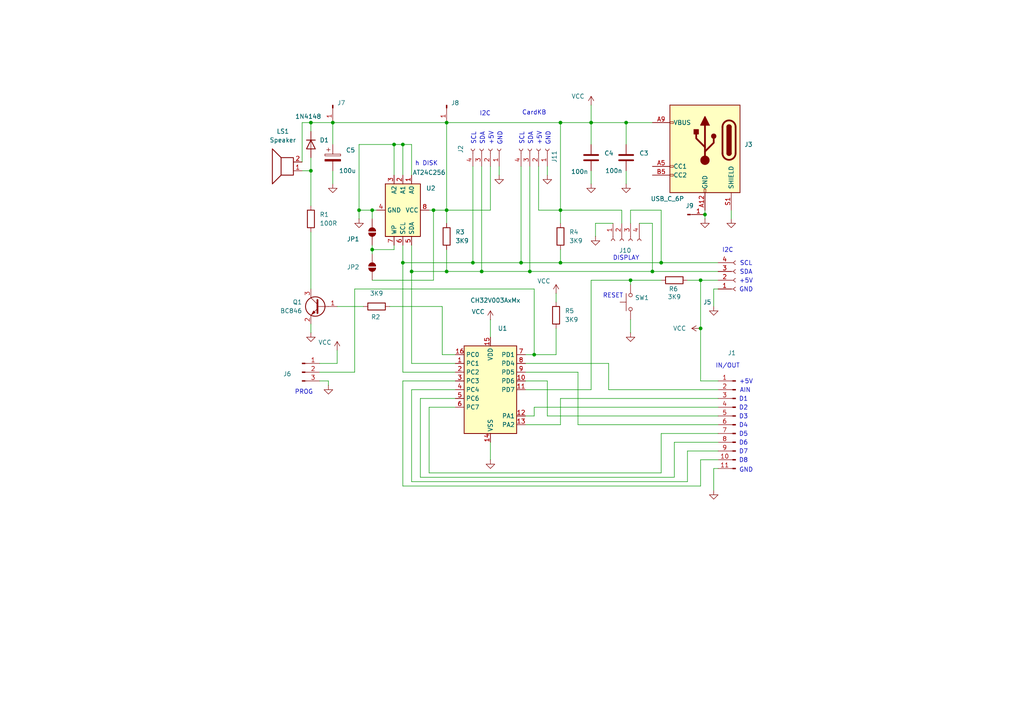
<source format=kicad_sch>
(kicad_sch (version 20250114) (generator "eeschema") (generator_version "9.0")
  (paper "A4")
  (lib_symbols
    (symbol "Connector:Conn_01x01_Pin" (pin_names (offset 1.016) (hide yes))
      (property "Reference" "J" (at 0 2.54 0))
      (property "Value" "Conn_01x01_Pin" (at 0 -2.54 0))
      (symbol "Conn_01x01_Pin_1_1"
        (rectangle (start 0.8636 0.127) (end 0 -0.127) (stroke (width 0.1524)) (fill (type outline)))
        (polyline (pts (xy 1.27 0) (xy 0.8636 0)) (stroke (width 0.1524)))
        (pin passive line (at 5.08 0 180) (length 3.81) (name "Pin_1") (number "1"))
      )
    )
    (symbol "Connector:Conn_01x03_Pin" (pin_names (offset 1.016) (hide yes))
      (property "Reference" "J" (at 0 5.08 0))
      (property "Value" "Conn_01x03_Pin" (at 0 -5.08 0))
      (symbol "Conn_01x03_Pin_1_1"
        (rectangle (start 0.8636 2.667) (end 0 2.413) (stroke (width 0.1524)) (fill (type outline)))
        (rectangle (start 0.8636 0.127) (end 0 -0.127) (stroke (width 0.1524)) (fill (type outline)))
        (rectangle (start 0.8636 -2.413) (end 0 -2.667) (stroke (width 0.1524)) (fill (type outline)))
        (polyline (pts (xy 1.27 2.54) (xy 0.8636 2.54)) (stroke (width 0.1524)))
        (polyline (pts (xy 1.27 0) (xy 0.8636 0)) (stroke (width 0.1524)))
        (polyline (pts (xy 1.27 -2.54) (xy 0.8636 -2.54)) (stroke (width 0.1524)))
        (pin passive line (at 5.08 2.54 180) (length 3.81) (name "Pin_1") (number "1"))
        (pin passive line (at 5.08 0 180) (length 3.81) (name "Pin_2") (number "2"))
        (pin passive line (at 5.08 -2.54 180) (length 3.81) (name "Pin_3") (number "3"))
      )
    )
    (symbol "Connector:Conn_01x04_Socket" (pin_names (offset 1.016) (hide yes))
      (property "Reference" "J" (at 0 5.08 0))
      (property "Value" "Conn_01x04_Socket" (at 0 -7.62 0))
      (symbol "Conn_01x04_Socket_1_1"
        (polyline (pts (xy -1.27 2.54) (xy -0.508 2.54)) (stroke (width 0.1524)))
        (polyline (pts (xy -1.27 0) (xy -0.508 0)) (stroke (width 0.1524)))
        (polyline (pts (xy -1.27 -2.54) (xy -0.508 -2.54)) (stroke (width 0.1524)))
        (polyline (pts (xy -1.27 -5.08) (xy -0.508 -5.08)) (stroke (width 0.1524)))
        (arc (start 0 2.032) (mid -0.5058 2.54) (end 0 3.048) (stroke (width 0.1524)))
        (arc (start 0 -0.508) (mid -0.5058 0) (end 0 0.508) (stroke (width 0.1524)))
        (arc (start 0 -3.048) (mid -0.5058 -2.54) (end 0 -2.032) (stroke (width 0.1524)))
        (arc (start 0 -5.588) (mid -0.5058 -5.08) (end 0 -4.572) (stroke (width 0.1524)))
        (pin passive line (at -5.08 2.54 0) (length 3.81) (name "Pin_1") (number "1"))
        (pin passive line (at -5.08 0 0) (length 3.81) (name "Pin_2") (number "2"))
        (pin passive line (at -5.08 -2.54 0) (length 3.81) (name "Pin_3") (number "3"))
        (pin passive line (at -5.08 -5.08 0) (length 3.81) (name "Pin_4") (number "4"))
      )
    )
    (symbol "Connector:Conn_01x11_Pin" (pin_names (offset 1.016) (hide yes))
      (property "Reference" "J" (at 0 15.24 0))
      (property "Value" "Conn_01x11_Pin" (at 0 -15.24 0))
      (symbol "Conn_01x11_Pin_1_1"
        (rectangle (start 0.8636 12.827) (end 0 12.573) (stroke (width 0.1524)) (fill (type outline)))
        (rectangle (start 0.8636 10.287) (end 0 10.033) (stroke (width 0.1524)) (fill (type outline)))
        (rectangle (start 0.8636 7.747) (end 0 7.493) (stroke (width 0.1524)) (fill (type outline)))
        (rectangle (start 0.8636 5.207) (end 0 4.953) (stroke (width 0.1524)) (fill (type outline)))
        (rectangle (start 0.8636 2.667) (end 0 2.413) (stroke (width 0.1524)) (fill (type outline)))
        (rectangle (start 0.8636 0.127) (end 0 -0.127) (stroke (width 0.1524)) (fill (type outline)))
        (rectangle (start 0.8636 -2.413) (end 0 -2.667) (stroke (width 0.1524)) (fill (type outline)))
        (rectangle (start 0.8636 -4.953) (end 0 -5.207) (stroke (width 0.1524)) (fill (type outline)))
        (rectangle (start 0.8636 -7.493) (end 0 -7.747) (stroke (width 0.1524)) (fill (type outline)))
        (rectangle (start 0.8636 -10.033) (end 0 -10.287) (stroke (width 0.1524)) (fill (type outline)))
        (rectangle (start 0.8636 -12.573) (end 0 -12.827) (stroke (width 0.1524)) (fill (type outline)))
        (polyline (pts (xy 1.27 12.7) (xy 0.8636 12.7)) (stroke (width 0.1524)))
        (polyline (pts (xy 1.27 10.16) (xy 0.8636 10.16)) (stroke (width 0.1524)))
        (polyline (pts (xy 1.27 7.62) (xy 0.8636 7.62)) (stroke (width 0.1524)))
        (polyline (pts (xy 1.27 5.08) (xy 0.8636 5.08)) (stroke (width 0.1524)))
        (polyline (pts (xy 1.27 2.54) (xy 0.8636 2.54)) (stroke (width 0.1524)))
        (polyline (pts (xy 1.27 0) (xy 0.8636 0)) (stroke (width 0.1524)))
        (polyline (pts (xy 1.27 -2.54) (xy 0.8636 -2.54)) (stroke (width 0.1524)))
        (polyline (pts (xy 1.27 -5.08) (xy 0.8636 -5.08)) (stroke (width 0.1524)))
        (polyline (pts (xy 1.27 -7.62) (xy 0.8636 -7.62)) (stroke (width 0.1524)))
        (polyline (pts (xy 1.27 -10.16) (xy 0.8636 -10.16)) (stroke (width 0.1524)))
        (polyline (pts (xy 1.27 -12.7) (xy 0.8636 -12.7)) (stroke (width 0.1524)))
        (pin passive line (at 5.08 12.7 180) (length 3.81) (name "Pin_1") (number "1"))
        (pin passive line (at 5.08 10.16 180) (length 3.81) (name "Pin_2") (number "2"))
        (pin passive line (at 5.08 7.62 180) (length 3.81) (name "Pin_3") (number "3"))
        (pin passive line (at 5.08 5.08 180) (length 3.81) (name "Pin_4") (number "4"))
        (pin passive line (at 5.08 2.54 180) (length 3.81) (name "Pin_5") (number "5"))
        (pin passive line (at 5.08 0 180) (length 3.81) (name "Pin_6") (number "6"))
        (pin passive line (at 5.08 -2.54 180) (length 3.81) (name "Pin_7") (number "7"))
        (pin passive line (at 5.08 -5.08 180) (length 3.81) (name "Pin_8") (number "8"))
        (pin passive line (at 5.08 -7.62 180) (length 3.81) (name "Pin_9") (number "9"))
        (pin passive line (at 5.08 -10.16 180) (length 3.81) (name "Pin_10") (number "10"))
        (pin passive line (at 5.08 -12.7 180) (length 3.81) (name "Pin_11") (number "11"))
      )
    )
    (symbol "Connector:USB_C_Receptacle_PowerOnly_6P" (pin_names (offset 1.016))
      (property "Reference" "J" (at 0 16.51 0))
      (property "Value" "USB_C_Receptacle_PowerOnly_6P" (at 0 13.97 0))
      (symbol "USB_C_Receptacle_PowerOnly_6P_0_0"
        (rectangle (start -0.254 -12.7) (end 0.254 -11.684))
        (rectangle (start 10.16 7.874) (end 9.144 7.366))
        (rectangle (start 10.16 -4.826) (end 9.144 -5.334))
        (rectangle (start 10.16 -7.366) (end 9.144 -7.874))
      )
      (symbol "USB_C_Receptacle_PowerOnly_6P_0_1"
        (rectangle (start -10.16 12.7) (end 10.16 -12.7) (stroke (width 0.254)) (fill (type background)))
        (polyline (pts (xy -8.89 -1.27) (xy -8.89 6.35)) (stroke (width 0.508)))
        (rectangle (start -7.62 -1.27) (end -6.35 6.35) (stroke (width 0.254)) (fill (type outline)))
        (arc (start -7.62 6.35) (mid -6.985 6.9823) (end -6.35 6.35) (stroke (width 0.254)))
        (arc (start -7.62 6.35) (mid -6.985 6.9823) (end -6.35 6.35) (stroke (width 0.254)) (fill (type outline)))
        (arc (start -8.89 6.35) (mid -6.985 8.2467) (end -5.08 6.35) (stroke (width 0.508)))
        (arc (start -5.08 -1.27) (mid -6.985 -3.1667) (end -8.89 -1.27) (stroke (width 0.508)))
        (arc (start -6.35 -1.27) (mid -6.985 -1.9023) (end -7.62 -1.27) (stroke (width 0.254)))
        (arc (start -6.35 -1.27) (mid -6.985 -1.9023) (end -7.62 -1.27) (stroke (width 0.254)) (fill (type outline)))
        (polyline (pts (xy -5.08 6.35) (xy -5.08 -1.27)) (stroke (width 0.508)))
        (circle (center -2.54 3.683) (radius 0.635) (stroke (width 0.254)) (fill (type outline)))
        (polyline (pts (xy -1.27 6.858) (xy 0 9.398) (xy 1.27 6.858) (xy -1.27 6.858)) (stroke (width 0.254)) (fill (type outline)))
        (polyline (pts (xy 0 0.508) (xy 2.54 3.048) (xy 2.54 4.318)) (stroke (width 0.508)))
        (polyline (pts (xy 0 -0.762) (xy -2.54 1.778) (xy -2.54 3.048)) (stroke (width 0.508)))
        (polyline (pts (xy 0 -3.302) (xy 0 6.858)) (stroke (width 0.508)))
        (circle (center 0 -3.302) (radius 1.27) (fill (type outline)))
        (rectangle (start 1.905 4.318) (end 3.175 5.588) (stroke (width 0.254)) (fill (type outline)))
      )
      (symbol "USB_C_Receptacle_PowerOnly_6P_1_1"
        (pin passive line (at -7.62 -17.78 90) (length 5.08) (name "SHIELD") (number "S1"))
        (pin passive line (at 0 -17.78 90) (length 5.08) (name "GND") (number "A12"))
        (pin passive line (at 0 -17.78 90) (length 5.08) (hide yes) (name "GND") (number "B12"))
        (pin passive line (at 15.24 7.62 180) (length 5.08) (name "VBUS") (number "A9"))
        (pin passive line (at 15.24 7.62 180) (length 5.08) (hide yes) (name "VBUS") (number "B9"))
        (pin bidirectional line (at 15.24 -5.08 180) (length 5.08) (name "CC1") (number "A5"))
        (pin bidirectional line (at 15.24 -7.62 180) (length 5.08) (name "CC2") (number "B5"))
      )
    )
    (symbol "Device:C" (pin_numbers (hide yes)) (pin_names (offset 0.254))
      (property "Reference" "C" (at 0.635 2.54 0))
      (property "Value" "C" (at 0.635 -2.54 0))
      (symbol "C_0_1"
        (polyline (pts (xy -2.032 0.762) (xy 2.032 0.762)) (stroke (width 0.508)))
        (polyline (pts (xy -2.032 -0.762) (xy 2.032 -0.762)) (stroke (width 0.508)))
      )
      (symbol "C_1_1"
        (pin passive line (at 0 3.81 270) (length 2.794) (name "~") (number "1"))
        (pin passive line (at 0 -3.81 90) (length 2.794) (name "~") (number "2"))
      )
    )
    (symbol "Device:C_Polarized" (pin_numbers (hide yes)) (pin_names (offset 0.254))
      (property "Reference" "C" (at 0.635 2.54 0))
      (property "Value" "C_Polarized" (at 0.635 -2.54 0))
      (symbol "C_Polarized_0_1"
        (rectangle (start -2.286 0.508) (end 2.286 1.016))
        (polyline (pts (xy -1.778 2.286) (xy -0.762 2.286)))
        (polyline (pts (xy -1.27 2.794) (xy -1.27 1.778)))
        (rectangle (start 2.286 -0.508) (end -2.286 -1.016) (fill (type outline)))
      )
      (symbol "C_Polarized_1_1"
        (pin passive line (at 0 3.81 270) (length 2.794) (name "~") (number "1"))
        (pin passive line (at 0 -3.81 90) (length 2.794) (name "~") (number "2"))
      )
    )
    (symbol "Device:R" (pin_numbers (hide yes)) (pin_names (offset 0))
      (property "Reference" "R" (at 2.032 0 90))
      (property "Value" "R" (at 0 0 90))
      (symbol "R_0_1"
        (rectangle (start -1.016 -2.54) (end 1.016 2.54) (stroke (width 0.254)))
      )
      (symbol "R_1_1"
        (pin passive line (at 0 3.81 270) (length 1.27) (name "~") (number "1"))
        (pin passive line (at 0 -3.81 90) (length 1.27) (name "~") (number "2"))
      )
    )
    (symbol "Device:Speaker" (pin_names (offset 0) (hide yes))
      (property "Reference" "LS" (at 1.27 5.715 0))
      (property "Value" "Speaker" (at 1.27 3.81 0))
      (symbol "Speaker_0_0"
        (rectangle (start -2.54 1.27) (end 1.016 -3.81) (stroke (width 0.254)))
        (polyline (pts (xy 1.016 1.27) (xy 3.556 3.81) (xy 3.556 -6.35) (xy 1.016 -3.81)) (stroke (width 0.254)))
      )
      (symbol "Speaker_1_1"
        (pin input line (at -5.08 0 0) (length 2.54) (name "1") (number "1"))
        (pin input line (at -5.08 -2.54 0) (length 2.54) (name "2") (number "2"))
      )
    )
    (symbol "Diode:1N4148" (pin_numbers (hide yes)) (pin_names (hide yes))
      (property "Reference" "D" (at 0 2.54 0))
      (property "Value" "1N4148" (at 0 -2.54 0))
      (symbol "1N4148_0_1"
        (polyline (pts (xy -1.27 1.27) (xy -1.27 -1.27)) (stroke (width 0.254)))
        (polyline (pts (xy 1.27 1.27) (xy 1.27 -1.27) (xy -1.27 0) (xy 1.27 1.27)) (stroke (width 0.254)))
        (polyline (pts (xy 1.27 0) (xy -1.27 0)))
      )
      (symbol "1N4148_1_1"
        (pin passive line (at -3.81 0 0) (length 2.54) (name "K") (number "1"))
        (pin passive line (at 3.81 0 180) (length 2.54) (name "A") (number "2"))
      )
    )
    (symbol "Jumper:SolderJumper_2_Open" (pin_numbers (hide yes)) (pin_names (offset 0) (hide yes)) (exclude_from_sim yes) (in_bom no)
      (property "Reference" "JP" (at 0 2.032 0))
      (property "Value" "SolderJumper_2_Open" (at 0 -2.54 0))
      (symbol "SolderJumper_2_Open_0_1"
        (polyline (pts (xy -0.254 1.016) (xy -0.254 -1.016)))
        (arc (start -0.254 -1.016) (mid -1.2656 0) (end -0.254 1.016))
        (arc (start -0.254 -1.016) (mid -1.2656 0) (end -0.254 1.016) (fill (type outline)))
        (arc (start 0.254 1.016) (mid 1.2656 0) (end 0.254 -1.016))
        (arc (start 0.254 1.016) (mid 1.2656 0) (end 0.254 -1.016) (fill (type outline)))
        (polyline (pts (xy 0.254 1.016) (xy 0.254 -1.016)))
      )
      (symbol "SolderJumper_2_Open_1_1"
        (pin passive line (at -3.81 0 0) (length 2.54) (name "A") (number "1"))
        (pin passive line (at 3.81 0 180) (length 2.54) (name "B") (number "2"))
      )
    )
    (symbol "MCU_WCH_CH32V0:CH32V003AxMx"
      (property "Reference" "U" (at -7.62 15.24 0))
      (property "Value" "CH32V003AxMx" (at 7.62 15.24 0))
      (symbol "CH32V003AxMx_1_1"
        (rectangle (start -7.62 12.7) (end 7.62 -12.7) (stroke (width 0.254)) (fill (type background)))
        (pin bidirectional line (at -10.16 10.16 0) (length 2.54) (name "PC0") (number "16"))
        (pin bidirectional line (at -10.16 7.62 0) (length 2.54) (name "PC1") (number "1"))
        (pin bidirectional line (at -10.16 5.08 0) (length 2.54) (name "PC2") (number "2"))
        (pin bidirectional line (at -10.16 2.54 0) (length 2.54) (name "PC3") (number "3"))
        (pin bidirectional line (at -10.16 0 0) (length 2.54) (name "PC4") (number "4"))
        (pin bidirectional line (at -10.16 -2.54 0) (length 2.54) (name "PC6") (number "5"))
        (pin bidirectional line (at -10.16 -5.08 0) (length 2.54) (name "PC7") (number "6"))
        (pin power_in line (at 0 15.24 270) (length 2.54) (name "VDD") (number "15"))
        (pin power_in line (at 0 -15.24 90) (length 2.54) (name "VSS") (number "14"))
        (pin bidirectional line (at 10.16 10.16 180) (length 2.54) (name "PD1") (number "7"))
        (pin bidirectional line (at 10.16 7.62 180) (length 2.54) (name "PD4") (number "8"))
        (pin bidirectional line (at 10.16 5.08 180) (length 2.54) (name "PD5") (number "9"))
        (pin bidirectional line (at 10.16 2.54 180) (length 2.54) (name "PD6") (number "10"))
        (pin bidirectional line (at 10.16 0 180) (length 2.54) (name "PD7") (number "11"))
        (pin bidirectional line (at 10.16 -7.62 180) (length 2.54) (name "PA1") (number "12"))
        (pin bidirectional line (at 10.16 -10.16 180) (length 2.54) (name "PA2") (number "13"))
      )
    )
    (symbol "Memory_EEPROM:CAT24C256"
      (property "Reference" "U" (at -6.35 6.35 0))
      (property "Value" "CAT24C256" (at 1.27 6.35 0))
      (symbol "CAT24C256_1_1"
        (rectangle (start -7.62 5.08) (end 7.62 -5.08) (stroke (width 0.254)) (fill (type background)))
        (pin input line (at -10.16 2.54 0) (length 2.54) (name "A0") (number "1"))
        (pin input line (at -10.16 0 0) (length 2.54) (name "A1") (number "2"))
        (pin input line (at -10.16 -2.54 0) (length 2.54) (name "A2") (number "3"))
        (pin power_in line (at 0 7.62 270) (length 2.54) (name "VCC") (number "8"))
        (pin power_in line (at 0 -7.62 90) (length 2.54) (name "GND") (number "4"))
        (pin bidirectional line (at 10.16 2.54 180) (length 2.54) (name "SDA") (number "5"))
        (pin input line (at 10.16 0 180) (length 2.54) (name "SCL") (number "6"))
        (pin input line (at 10.16 -2.54 180) (length 2.54) (name "WP") (number "7"))
      )
    )
    (symbol "Switch:SW_Push" (pin_numbers (hide yes)) (pin_names (offset 1.016) (hide yes))
      (property "Reference" "SW" (at 1.27 2.54 0))
      (property "Value" "SW_Push" (at 0 -1.524 0))
      (symbol "SW_Push_0_1"
        (circle (center -2.032 0) (radius 0.508))
        (polyline (pts (xy 0 1.27) (xy 0 3.048)))
        (circle (center 2.032 0) (radius 0.508))
        (polyline (pts (xy 2.54 1.27) (xy -2.54 1.27)))
        (pin passive line (at -5.08 0 0) (length 2.54) (name "1") (number "1"))
        (pin passive line (at 5.08 0 180) (length 2.54) (name "2") (number "2"))
      )
    )
    (symbol "Transistor_BJT:BC846" (pin_names (offset 0) (hide yes))
      (property "Reference" "Q" (at 5.08 1.905 0))
      (property "Value" "BC846" (at 5.08 0 0))
      (symbol "BC846_0_1"
        (polyline (pts (xy -2.54 0) (xy 0.635 0)))
        (polyline (pts (xy 0.635 1.905) (xy 0.635 -1.905)) (stroke (width 0.508)))
        (circle (center 1.27 0) (radius 2.8194) (stroke (width 0.254)))
      )
      (symbol "BC846_1_1"
        (polyline (pts (xy 0.635 0.635) (xy 2.54 2.54)))
        (polyline (pts (xy 0.635 -0.635) (xy 2.54 -2.54)))
        (polyline (pts (xy 1.27 -1.778) (xy 1.778 -1.27) (xy 2.286 -2.286) (xy 1.27 -1.778)) (fill (type outline)))
        (pin input line (at -5.08 0 0) (length 2.54) (name "B") (number "1"))
        (pin passive line (at 2.54 5.08 270) (length 2.54) (name "C") (number "3"))
        (pin passive line (at 2.54 -5.08 90) (length 2.54) (name "E") (number "2"))
      )
    )
    (symbol "power:GND" (power) (pin_numbers (hide yes)) (pin_names (offset 0) (hide yes))
      (property "Value" "GND" (at 0 -3.81 0))
      (symbol "GND_0_1"
        (polyline (pts (xy 0 0) (xy 0 -1.27) (xy 1.27 -1.27) (xy 0 -2.54) (xy -1.27 -1.27) (xy 0 -1.27)))
      )
      (symbol "GND_1_1"
        (pin power_in line (at 0 0 270) (length 0) (name "~") (number "1"))
      )
    )
    (symbol "power:VCC" (power) (pin_numbers (hide yes)) (pin_names (offset 0) (hide yes))
      (property "Value" "VCC" (at 0 3.556 0))
      (symbol "VCC_0_1"
        (polyline (pts (xy -0.762 1.27) (xy 0 2.54)))
        (polyline (pts (xy 0 2.54) (xy 0.762 1.27)))
        (polyline (pts (xy 0 0) (xy 0 2.54)))
      )
      (symbol "VCC_1_1"
        (pin power_in line (at 0 0 90) (length 0) (name "~") (number "1"))
      )
    )
  )
  (text "GND" (at 159.004 40.132 90) (effects (font (size 1.27 1.27))))
  (text "+5V" (at 216.408 81.534 0) (effects (font (size 1.27 1.27))))
  (text "AIN" (at 216.154 113.284 0) (effects (font (size 1.27 1.27))))
  (text "D3\n" (at 215.646 120.904 0) (effects (font (size 1.27 1.27))))
  (text "D7" (at 215.646 131.064 0) (effects (font (size 1.27 1.27))))
  (text "D5" (at 215.646 125.984 0) (effects (font (size 1.27 1.27))))
  (text "SDA" (at 139.954 40.132 90) (effects (font (size 1.27 1.27))))
  (text "DISPLAY" (at 181.61 74.93 0) (effects (font (size 1.27 1.27))))
  (text "IN/OUT" (at 211.074 106.172 0) (effects (font (size 1.27 1.27))))
  (text "I2C" (at 140.716 33.02 0) (effects (font (size 1.27 1.27))))
  (text "D1" (at 215.646 115.824 0) (effects (font (size 1.27 1.27))))
  (text "SCL" (at 151.384 40.132 90) (effects (font (size 1.27 1.27))))
  (text "D8" (at 215.646 133.604 0) (effects (font (size 1.27 1.27))))
  (text "D6" (at 215.646 128.524 0) (effects (font (size 1.27 1.27))))
  (text "SCL" (at 216.408 76.454 0) (effects (font (size 1.27 1.27))))
  (text "+5V" (at 142.494 40.132 90) (effects (font (size 1.27 1.27))))
  (text "RESET" (at 177.8 85.852 0) (effects (font (size 1.27 1.27))))
  (text "h DISK" (at 123.698 47.498 0) (effects (font (size 1.27 1.27))))
  (text "D4" (at 215.646 123.444 0) (effects (font (size 1.27 1.27))))
  (text "CardKB" (at 154.94 32.766 0) (effects (font (size 1.27 1.27))))
  (text "+5V" (at 216.408 110.744 0) (effects (font (size 1.27 1.27))))
  (text "I2C" (at 211.074 72.644 0) (effects (font (size 1.27 1.27))))
  (text "GND" (at 216.408 84.074 0) (effects (font (size 1.27 1.27))))
  (text "GND" (at 145.034 40.132 90) (effects (font (size 1.27 1.27))))
  (text "SCL" (at 137.414 40.132 90) (effects (font (size 1.27 1.27))))
  (text "GND" (at 216.408 136.398 0) (effects (font (size 1.27 1.27))))
  (text "SDA" (at 216.408 78.994 0) (effects (font (size 1.27 1.27))))
  (text "+5V" (at 156.464 40.132 90) (effects (font (size 1.27 1.27))))
  (text "SDA" (at 153.924 40.132 90) (effects (font (size 1.27 1.27))))
  (text "D2" (at 215.646 118.364 0) (effects (font (size 1.27 1.27))))
  (text "PROG" (at 88.138 113.792 0) (effects (font (size 1.27 1.27))))
  (junction (at 203.2 95.25))
  (junction (at 119.38 78.74))
  (junction (at 189.23 78.74))
  (junction (at 154.94 102.87))
  (junction (at 162.56 60.96))
  (junction (at 204.47 62.23))
  (junction (at 96.52 35.56))
  (junction (at 137.16 76.2))
  (junction (at 104.14 60.96))
  (junction (at 151.13 76.2))
  (junction (at 171.45 35.56))
  (junction (at 125.73 60.96))
  (junction (at 107.95 72.39))
  (junction (at 203.2 81.28))
  (junction (at 114.3 41.91))
  (junction (at 116.84 41.91))
  (junction (at 162.56 76.2))
  (junction (at 129.54 60.96))
  (junction (at 191.77 76.2))
  (junction (at 182.88 81.28))
  (junction (at 90.17 49.53))
  (junction (at 129.54 35.56))
  (junction (at 90.17 35.56))
  (junction (at 162.56 35.56))
  (junction (at 129.54 78.74))
  (junction (at 116.84 76.2))
  (junction (at 107.95 60.96))
  (junction (at 153.67 78.74))
  (junction (at 139.7 78.74))
  (junction (at 181.61 35.56))
  (wire (pts (xy 182.88 64.77) (xy 182.88 60.96)))
  (wire (pts (xy 203.2 81.28) (xy 203.2 95.25)))
  (wire (pts (xy 116.84 41.91) (xy 114.3 41.91)))
  (wire (pts (xy 182.88 82.55) (xy 182.88 81.28)))
  (wire (pts (xy 119.38 41.91) (xy 119.38 50.8)))
  (wire (pts (xy 191.77 60.96) (xy 191.77 76.2)))
  (wire (pts (xy 204.47 60.96) (xy 204.47 62.23)))
  (wire (pts (xy 161.29 85.09) (xy 161.29 87.63)))
  (wire (pts (xy 182.88 92.71) (xy 182.88 96.52)))
  (wire (pts (xy 158.75 110.49) (xy 158.75 120.65)))
  (wire (pts (xy 152.4 110.49) (xy 158.75 110.49)))
  (wire (pts (xy 119.38 113.03) (xy 119.38 139.7)))
  (wire (pts (xy 176.53 105.41) (xy 176.53 113.03)))
  (wire (pts (xy 116.84 140.97) (xy 203.2 140.97)))
  (wire (pts (xy 162.56 115.57) (xy 208.28 115.57)))
  (wire (pts (xy 195.58 128.27) (xy 208.28 128.27)))
  (wire (pts (xy 181.61 35.56) (xy 189.23 35.56)))
  (wire (pts (xy 129.54 35.56) (xy 129.54 60.96)))
  (wire (pts (xy 212.09 60.96) (xy 212.09 63.5)))
  (wire (pts (xy 95.25 110.49) (xy 95.25 111.76)))
  (wire (pts (xy 191.77 125.73) (xy 208.28 125.73)))
  (wire (pts (xy 129.54 35.56) (xy 162.56 35.56)))
  (wire (pts (xy 172.72 64.77) (xy 172.72 68.58)))
  (wire (pts (xy 137.16 48.26) (xy 137.16 76.2)))
  (wire (pts (xy 107.95 81.28) (xy 125.73 81.28)))
  (wire (pts (xy 152.4 105.41) (xy 176.53 105.41)))
  (wire (pts (xy 107.95 72.39) (xy 114.3 72.39)))
  (wire (pts (xy 116.84 110.49) (xy 132.08 110.49)))
  (wire (pts (xy 152.4 120.65) (xy 154.94 120.65)))
  (wire (pts (xy 171.45 49.53) (xy 171.45 53.34)))
  (wire (pts (xy 203.2 133.35) (xy 208.28 133.35)))
  (wire (pts (xy 167.64 107.95) (xy 167.64 123.19)))
  (wire (pts (xy 177.8 64.77) (xy 172.72 64.77)))
  (wire (pts (xy 139.7 78.74) (xy 153.67 78.74)))
  (wire (pts (xy 171.45 30.48) (xy 171.45 35.56)))
  (wire (pts (xy 181.61 35.56) (xy 181.61 41.91)))
  (wire (pts (xy 90.17 67.31) (xy 90.17 83.82)))
  (wire (pts (xy 116.84 107.95) (xy 116.84 76.2)))
  (wire (pts (xy 121.92 115.57) (xy 132.08 115.57)))
  (wire (pts (xy 189.23 64.77) (xy 189.23 78.74)))
  (wire (pts (xy 129.54 78.74) (xy 139.7 78.74)))
  (wire (pts (xy 162.56 123.19) (xy 162.56 115.57)))
  (wire (pts (xy 195.58 138.43) (xy 195.58 128.27)))
  (wire (pts (xy 125.73 81.28) (xy 125.73 60.96)))
  (wire (pts (xy 96.52 49.53) (xy 96.52 53.34)))
  (wire (pts (xy 102.87 107.95) (xy 102.87 83.82)))
  (wire (pts (xy 142.24 128.27) (xy 142.24 133.35)))
  (wire (pts (xy 144.78 48.26) (xy 144.78 50.8)))
  (wire (pts (xy 185.42 64.77) (xy 189.23 64.77)))
  (wire (pts (xy 152.4 102.87) (xy 154.94 102.87)))
  (wire (pts (xy 107.95 72.39) (xy 107.95 73.66)))
  (wire (pts (xy 158.75 120.65) (xy 208.28 120.65)))
  (wire (pts (xy 162.56 35.56) (xy 171.45 35.56)))
  (wire (pts (xy 92.71 110.49) (xy 95.25 110.49)))
  (wire (pts (xy 129.54 60.96) (xy 129.54 64.77)))
  (wire (pts (xy 116.84 110.49) (xy 116.84 140.97)))
  (wire (pts (xy 154.94 120.65) (xy 154.94 118.11)))
  (wire (pts (xy 90.17 93.98) (xy 90.17 96.52)))
  (wire (pts (xy 154.94 83.82) (xy 154.94 102.87)))
  (wire (pts (xy 97.79 88.9) (xy 105.41 88.9)))
  (wire (pts (xy 116.84 41.91) (xy 116.84 50.8)))
  (wire (pts (xy 87.63 49.53) (xy 90.17 49.53)))
  (wire (pts (xy 142.24 92.71) (xy 142.24 97.79)))
  (wire (pts (xy 181.61 49.53) (xy 181.61 53.34)))
  (wire (pts (xy 199.39 130.81) (xy 208.28 130.81)))
  (wire (pts (xy 152.4 123.19) (xy 162.56 123.19)))
  (wire (pts (xy 171.45 35.56) (xy 171.45 41.91)))
  (wire (pts (xy 182.88 60.96) (xy 191.77 60.96)))
  (wire (pts (xy 156.21 48.26) (xy 156.21 60.96)))
  (wire (pts (xy 203.2 95.25) (xy 203.2 110.49)))
  (wire (pts (xy 116.84 107.95) (xy 132.08 107.95)))
  (wire (pts (xy 114.3 41.91) (xy 104.14 41.91)))
  (wire (pts (xy 162.56 60.96) (xy 180.34 60.96)))
  (wire (pts (xy 203.2 81.28) (xy 208.28 81.28)))
  (wire (pts (xy 142.24 48.26) (xy 142.24 60.96)))
  (wire (pts (xy 92.71 107.95) (xy 102.87 107.95)))
  (wire (pts (xy 90.17 49.53) (xy 90.17 59.69)))
  (wire (pts (xy 104.14 60.96) (xy 107.95 60.96)))
  (wire (pts (xy 124.46 137.16) (xy 191.77 137.16)))
  (wire (pts (xy 107.95 60.96) (xy 109.22 60.96)))
  (wire (pts (xy 191.77 76.2) (xy 208.28 76.2)))
  (wire (pts (xy 207.01 142.24) (xy 207.01 135.89)))
  (wire (pts (xy 207.01 83.82) (xy 207.01 88.9)))
  (wire (pts (xy 153.67 48.26) (xy 153.67 78.74)))
  (wire (pts (xy 171.45 35.56) (xy 181.61 35.56)))
  (wire (pts (xy 208.28 83.82) (xy 207.01 83.82)))
  (wire (pts (xy 129.54 60.96) (xy 142.24 60.96)))
  (wire (pts (xy 107.95 71.12) (xy 107.95 72.39)))
  (wire (pts (xy 119.38 78.74) (xy 129.54 78.74)))
  (wire (pts (xy 154.94 102.87) (xy 161.29 102.87)))
  (wire (pts (xy 107.95 60.96) (xy 107.95 63.5)))
  (wire (pts (xy 204.47 62.23) (xy 204.47 63.5)))
  (wire (pts (xy 121.92 115.57) (xy 121.92 138.43)))
  (wire (pts (xy 90.17 45.72) (xy 90.17 49.53)))
  (wire (pts (xy 151.13 48.26) (xy 151.13 76.2)))
  (wire (pts (xy 124.46 118.11) (xy 124.46 137.16)))
  (wire (pts (xy 153.67 78.74) (xy 189.23 78.74)))
  (wire (pts (xy 92.71 105.41) (xy 97.79 105.41)))
  (wire (pts (xy 90.17 35.56) (xy 96.52 35.56)))
  (wire (pts (xy 158.75 48.26) (xy 158.75 50.8)))
  (wire (pts (xy 154.94 118.11) (xy 208.28 118.11)))
  (wire (pts (xy 176.53 113.03) (xy 208.28 113.03)))
  (wire (pts (xy 162.56 76.2) (xy 162.56 72.39)))
  (wire (pts (xy 104.14 41.91) (xy 104.14 60.96)))
  (wire (pts (xy 162.56 60.96) (xy 162.56 64.77)))
  (wire (pts (xy 96.52 35.56) (xy 96.52 41.91)))
  (wire (pts (xy 199.39 81.28) (xy 203.2 81.28)))
  (wire (pts (xy 119.38 41.91) (xy 116.84 41.91)))
  (wire (pts (xy 125.73 60.96) (xy 129.54 60.96)))
  (wire (pts (xy 119.38 105.41) (xy 119.38 78.74)))
  (wire (pts (xy 171.45 81.28) (xy 182.88 81.28)))
  (wire (pts (xy 119.38 113.03) (xy 132.08 113.03)))
  (wire (pts (xy 96.52 35.56) (xy 129.54 35.56)))
  (wire (pts (xy 113.03 88.9) (xy 128.27 88.9)))
  (wire (pts (xy 171.45 113.03) (xy 171.45 81.28)))
  (wire (pts (xy 191.77 137.16) (xy 191.77 125.73)))
  (wire (pts (xy 151.13 76.2) (xy 162.56 76.2)))
  (wire (pts (xy 104.14 60.96) (xy 104.14 63.5)))
  (wire (pts (xy 180.34 60.96) (xy 180.34 64.77)))
  (wire (pts (xy 189.23 78.74) (xy 208.28 78.74)))
  (wire (pts (xy 167.64 123.19) (xy 208.28 123.19)))
  (wire (pts (xy 128.27 102.87) (xy 132.08 102.87)))
  (wire (pts (xy 87.63 35.56) (xy 90.17 35.56)))
  (wire (pts (xy 162.56 35.56) (xy 162.56 60.96)))
  (wire (pts (xy 208.28 110.49) (xy 203.2 110.49)))
  (wire (pts (xy 207.01 135.89) (xy 208.28 135.89)))
  (wire (pts (xy 124.46 118.11) (xy 132.08 118.11)))
  (wire (pts (xy 128.27 88.9) (xy 128.27 102.87)))
  (wire (pts (xy 116.84 71.12) (xy 116.84 76.2)))
  (wire (pts (xy 152.4 107.95) (xy 167.64 107.95)))
  (wire (pts (xy 139.7 48.26) (xy 139.7 78.74)))
  (wire (pts (xy 203.2 140.97) (xy 203.2 133.35)))
  (wire (pts (xy 102.87 83.82) (xy 154.94 83.82)))
  (wire (pts (xy 116.84 76.2) (xy 137.16 76.2)))
  (wire (pts (xy 182.88 81.28) (xy 191.77 81.28)))
  (wire (pts (xy 114.3 41.91) (xy 114.3 50.8)))
  (wire (pts (xy 137.16 76.2) (xy 151.13 76.2)))
  (wire (pts (xy 87.63 46.99) (xy 87.63 35.56)))
  (wire (pts (xy 132.08 105.41) (xy 119.38 105.41)))
  (wire (pts (xy 129.54 72.39) (xy 129.54 78.74)))
  (wire (pts (xy 90.17 35.56) (xy 90.17 38.1)))
  (wire (pts (xy 156.21 60.96) (xy 162.56 60.96)))
  (wire (pts (xy 152.4 113.03) (xy 171.45 113.03)))
  (wire (pts (xy 119.38 139.7) (xy 199.39 139.7)))
  (wire (pts (xy 114.3 72.39) (xy 114.3 71.12)))
  (wire (pts (xy 162.56 76.2) (xy 191.77 76.2)))
  (wire (pts (xy 97.79 105.41) (xy 97.79 101.6)))
  (wire (pts (xy 199.39 139.7) (xy 199.39 130.81)))
  (wire (pts (xy 124.46 60.96) (xy 125.73 60.96)))
  (wire (pts (xy 119.38 71.12) (xy 119.38 78.74)))
  (wire (pts (xy 161.29 102.87) (xy 161.29 95.25)))
  (wire (pts (xy 121.92 138.43) (xy 195.58 138.43)))
  (symbol (lib_id "power:GND") (at 95.25 111.76 0) (unit 1)
    (property "Reference" "#PWR022" (effects (hide yes)))
    (property "Value" "GND" (effects (hide yes)))
    (property "Description" "Power symbol creates a global label with name \"GND\" , ground" (effects (hide yes)))
  )
  (symbol (lib_id "Transistor_BJT:BC846") (at 92.71 88.9 0) (mirror y) (unit 1)
    (property "Reference" "Q1" (at 87.63 87.6299 0) (effects (justify left)))
    (property "Value" "BC846" (at 87.63 90.1699 0) (effects (justify left)))
    (property "Footprint" "Package_TO_SOT_SMD:SOT-23" (effects (hide yes)))
    (property "Datasheet" "https://assets.nexperia.com/documents/data-sheet/BC846_SER.pdf" (effects (hide yes)))
    (property "Description" "0.1A Ic, 65V Vce, NPN Transistor, SOT-23" (effects (hide yes)))
  )
  (symbol (lib_id "Device:R") (at 161.29 91.44 180) (unit 1)
    (property "Reference" "R5" (at 163.83 90.1699 0) (effects (justify right)))
    (property "Value" "3K9" (at 163.83 92.7099 0) (effects (justify right)))
    (property "Footprint" "Resistor_SMD:R_0805_2012Metric_Pad1.20x1.40mm_HandSolder" (effects (hide yes)))
    (property "Description" "Resistor" (effects (hide yes)))
  )
  (symbol (lib_id "power:GND") (at 158.75 50.8 0) (unit 1)
    (property "Reference" "#PWR021" (effects (hide yes)))
    (property "Value" "GND" (effects (hide yes)))
    (property "Description" "Power symbol creates a global label with name \"GND\" , ground" (effects (hide yes)))
  )
  (symbol (lib_id "power:VCC") (at 97.79 101.6 0) (unit 1)
    (property "Reference" "#PWR012" (effects (hide yes)))
    (property "Value" "VCC" (at 94.234 99.314 0))
    (property "Description" "Power symbol creates a global label with name \"VCC\"" (effects (hide yes)))
  )
  (symbol (lib_id "power:GND") (at 204.47 63.5 0) (unit 1)
    (property "Reference" "#PWR04" (effects (hide yes)))
    (property "Value" "GND" (effects (hide yes)))
    (property "Description" "Power symbol creates a global label with name \"GND\" , ground" (effects (hide yes)))
  )
  (symbol (lib_id "Device:C") (at 181.61 45.72 0) (unit 1)
    (property "Reference" "C3" (at 185.42 44.4499 0) (effects (justify left)))
    (property "Value" "100n" (at 175.514 49.53 0) (effects (justify left)))
    (property "Footprint" "Capacitor_SMD:C_0805_2012Metric_Pad1.18x1.45mm_HandSolder" (effects (hide yes)))
    (property "Description" "Unpolarized capacitor" (effects (hide yes)))
  )
  (symbol (lib_id "power:GND") (at 171.45 53.34 0) (unit 1)
    (property "Reference" "#PWR018" (effects (hide yes)))
    (property "Value" "GND" (effects (hide yes)))
    (property "Description" "Power symbol creates a global label with name \"GND\" , ground" (effects (hide yes)))
  )
  (symbol (lib_id "power:GND") (at 182.88 96.52 0) (unit 1)
    (property "Reference" "#PWR023" (effects (hide yes)))
    (property "Value" "GND" (effects (hide yes)))
    (property "Description" "Power symbol creates a global label with name \"GND\" , ground" (effects (hide yes)))
  )
  (symbol (lib_id "Device:C") (at 171.45 45.72 0) (unit 1)
    (property "Reference" "C4" (at 175.26 44.4499 0) (effects (justify left)))
    (property "Value" "100n" (at 165.608 49.784 0) (effects (justify left)))
    (property "Footprint" "Capacitor_SMD:C_0805_2012Metric_Pad1.18x1.45mm_HandSolder" (effects (hide yes)))
    (property "Description" "Unpolarized capacitor" (effects (hide yes)))
  )
  (symbol (lib_id "Device:C_Polarized") (at 96.52 45.72 0) (unit 1)
    (property "Reference" "C5" (at 100.33 43.5609 0) (effects (justify left)))
    (property "Value" "100u" (at 98.298 49.53 0) (effects (justify left)))
    (property "Footprint" "Capacitor_THT:CP_Radial_D7.5mm_P2.50mm" (effects (hide yes)))
    (property "Description" "Polarized capacitor" (effects (hide yes)))
  )
  (symbol (lib_id "Device:R") (at 90.17 63.5 0) (unit 1)
    (property "Reference" "R1" (at 92.71 62.2299 0) (effects (justify left)))
    (property "Value" "100R" (at 92.71 64.7699 0) (effects (justify left)))
    (property "Footprint" "Resistor_SMD:R_0805_2012Metric_Pad1.20x1.40mm_HandSolder" (effects (hide yes)))
    (property "Description" "Resistor" (effects (hide yes)))
  )
  (symbol (lib_id "Jumper:SolderJumper_2_Open") (at 107.95 77.47 90) (unit 1) (exclude_from_sim yes) (in_bom no)
    (property "Reference" "JP2" (at 100.584 77.47 90) (effects (justify right)))
    (property "Value" "SolderJumper_2_Open" (effects (hide yes)))
    (property "Footprint" "Jumper:SolderJumper-2_P1.3mm_Open_RoundedPad1.0x1.5mm" (effects (hide yes)))
    (property "Description" "Solder Jumper, 2-pole, open" (effects (hide yes)))
  )
  (symbol (lib_id "power:GND") (at 207.01 88.9 0) (unit 1)
    (property "Reference" "#PWR017" (effects (hide yes)))
    (property "Value" "GND" (effects (hide yes)))
    (property "Description" "Power symbol creates a global label with name \"GND\" , ground" (effects (hide yes)))
  )
  (symbol (lib_id "Device:Speaker") (at 82.55 49.53 180) (unit 1)
    (property "Reference" "LS1" (at 82.042 38.1 0))
    (property "Value" "Speaker" (at 82.042 40.64 0))
    (property "Footprint" "Buzzer_Beeper:Indicator_PUI_AI-1440-TWT-24V-2-R" (effects (hide yes)))
    (property "Description" "Speaker" (effects (hide yes)))
  )
  (symbol (lib_id "power:VCC") (at 161.29 85.09 0) (unit 1)
    (property "Reference" "#PWR013" (effects (hide yes)))
    (property "Value" "VCC" (at 157.734 81.534 0))
    (property "Description" "Power symbol creates a global label with name \"VCC\"" (effects (hide yes)))
  )
  (symbol (lib_id "Connector:Conn_01x04_Socket") (at 156.21 43.18 270) (mirror x) (unit 1)
    (property "Reference" "J11" (at 160.782 47.244 0) (effects (justify left)))
    (property "Value" "Conn_01x04_Socket" (effects (hide yes)))
    (property "Footprint" "Connector_PinSocket_2.00mm:PinSocket_1x04_P2.00mm_Vertical" (effects (hide yes)))
    (property "Description" "Generic connector, single row, 01x04, script generated" (effects (hide yes)))
  )
  (symbol (lib_id "Memory_EEPROM:CAT24C256") (at 116.84 60.96 270) (unit 1)
    (property "Reference" "U2" (at 124.968 54.61 90))
    (property "Value" "AT24C256" (at 124.46 50.038 90))
    (property "Footprint" "Package_SO:SOIC-8_3.9x4.9mm_P1.27mm" (effects (hide yes)))
    (property "Datasheet" "https://www.onsemi.cn/PowerSolutions/document/CAT24C256-D.PDF" (effects (hide yes)))
    (property "Description" "256 kb CMOS Serial EEPROM, DIP-8/SOIC-8/TSSOP-8/DFN-8" (effects (hide yes)))
  )
  (symbol (lib_id "Diode:1N4148") (at 90.17 41.91 270) (unit 1)
    (property "Reference" "D1" (at 92.71 40.6399 90) (effects (justify left)))
    (property "Value" "1N4148" (at 85.598 33.782 90) (effects (justify left)))
    (property "Footprint" "Diode_SMD:D_MiniMELF_Handsoldering" (effects (hide yes)))
    (property "Datasheet" "https://assets.nexperia.com/documents/data-sheet/1N4148_1N4448.pdf" (effects (hide yes)))
    (property "Description" "100V 0.15A standard switching diode, DO-35" (effects (hide yes)))
    (property "Sim.Device" "D" (effects (hide yes)))
    (property "Sim.Pins" "1=K 2=A" (effects (hide yes)))
  )
  (symbol (lib_id "Connector:Conn_01x01_Pin") (at 96.52 30.48 270) (unit 1)
    (property "Reference" "J7" (at 97.79 29.8449 90) (effects (justify left)))
    (property "Value" "Conn_01x01_Pin" (effects (hide yes)))
    (property "Footprint" "Connector_PinHeader_2.54mm:PinHeader_1x01_P2.54mm_Vertical" (effects (hide yes)))
    (property "Description" "Generic connector, single row, 01x01, script generated" (effects (hide yes)))
  )
  (symbol (lib_id "Connector:USB_C_Receptacle_PowerOnly_6P") (at 204.47 43.18 0) (mirror y) (unit 1)
    (property "Reference" "J3" (at 215.9 41.9099 0) (effects (justify right)))
    (property "Value" "USB_C_6P" (at 188.722 57.658 0) (effects (justify right)))
    (property "Footprint" "Connector_USB:USB_C_Receptacle_GCT_USB4125-xx-x_6P_TopMnt_Horizontal" (effects (hide yes)))
    (property "Datasheet" "https://www.usb.org/sites/default/files/documents/usb_type-c.zip" (effects (hide yes)))
    (property "Description" "USB Power-Only 6P Type-C Receptacle connector" (effects (hide yes)))
  )
  (symbol (lib_id "power:VCC") (at 203.2 95.25 90) (unit 1)
    (property "Reference" "#PWR03" (effects (hide yes)))
    (property "Value" "VCC" (at 197.104 95.25 90))
    (property "Description" "Power symbol creates a global label with name \"VCC\"" (effects (hide yes)))
  )
  (symbol (lib_id "Switch:SW_Push") (at 182.88 87.63 90) (unit 1)
    (property "Reference" "SW1" (at 184.15 86.3599 90) (effects (justify right)))
    (property "Value" "SW_Push" (effects (hide yes)))
    (property "Footprint" "Button_Switch_THT:SW_Tactile_SKHH_Angled" (effects (hide yes)))
    (property "Description" "Push button switch, generic, two pins" (effects (hide yes)))
  )
  (symbol (lib_id "power:GND") (at 181.61 53.34 0) (unit 1)
    (property "Reference" "#PWR019" (effects (hide yes)))
    (property "Value" "GND" (effects (hide yes)))
    (property "Description" "Power symbol creates a global label with name \"GND\" , ground" (effects (hide yes)))
  )
  (symbol (lib_id "Jumper:SolderJumper_2_Open") (at 107.95 67.31 90) (unit 1) (exclude_from_sim yes) (in_bom no)
    (property "Reference" "JP1" (at 100.584 69.342 90) (effects (justify right)))
    (property "Value" "SolderJumper_2_Open" (effects (hide yes)))
    (property "Footprint" "Jumper:SolderJumper-2_P1.3mm_Open_RoundedPad1.0x1.5mm" (effects (hide yes)))
    (property "Description" "Solder Jumper, 2-pole, open" (effects (hide yes)))
  )
  (symbol (lib_id "Device:R") (at 129.54 68.58 0) (unit 1)
    (property "Reference" "R3" (at 132.08 67.3099 0) (effects (justify left)))
    (property "Value" "3K9" (at 132.08 69.8499 0) (effects (justify left)))
    (property "Footprint" "Resistor_SMD:R_0805_2012Metric_Pad1.20x1.40mm_HandSolder" (effects (hide yes)))
    (property "Description" "Resistor" (effects (hide yes)))
  )
  (symbol (lib_id "power:GND") (at 142.24 133.35 0) (unit 1)
    (property "Reference" "#PWR06" (effects (hide yes)))
    (property "Value" "GND" (effects (hide yes)))
    (property "Description" "Power symbol creates a global label with name \"GND\" , ground" (effects (hide yes)))
  )
  (symbol (lib_id "power:GND") (at 144.78 50.8 0) (unit 1)
    (property "Reference" "#PWR024" (effects (hide yes)))
    (property "Value" "GND" (effects (hide yes)))
    (property "Description" "Power symbol creates a global label with name \"GND\" , ground" (effects (hide yes)))
  )
  (symbol (lib_id "power:VCC") (at 142.24 92.71 0) (unit 1)
    (property "Reference" "#PWR02" (effects (hide yes)))
    (property "Value" "VCC" (at 138.684 90.424 0))
    (property "Description" "Power symbol creates a global label with name \"VCC\"" (effects (hide yes)))
  )
  (symbol (lib_id "Connector:Conn_01x11_Pin") (at 213.36 123.19 0) (mirror y) (unit 1)
    (property "Reference" "J1" (at 211.074 102.362 0) (effects (justify right)))
    (property "Value" "Conn_01x11_Pin" (effects (hide yes)))
    (property "Footprint" "Connector_PinHeader_2.54mm:PinHeader_1x11_P2.54mm_Vertical" (effects (hide yes)))
    (property "Description" "Generic connector, single row, 01x11, script generated" (effects (hide yes)))
  )
  (symbol (lib_id "Connector:Conn_01x01_Pin") (at 129.54 30.48 270) (unit 1)
    (property "Reference" "J8" (at 130.81 29.8449 90) (effects (justify left)))
    (property "Value" "Conn_01x01_Pin" (effects (hide yes)))
    (property "Footprint" "Connector_PinHeader_2.54mm:PinHeader_1x01_P2.54mm_Vertical" (effects (hide yes)))
    (property "Description" "Generic connector, single row, 01x01, script generated" (effects (hide yes)))
  )
  (symbol (lib_id "MCU_WCH_CH32V0:CH32V003AxMx") (at 142.24 113.03 0) (unit 1)
    (property "Reference" "U1" (at 144.3833 95.25 0) (effects (justify left)))
    (property "Value" "CH32V003AxMx" (at 136.398 87.122 0) (effects (justify left)))
    (property "Footprint" "Package_SO:SOP-16_3.9x9.9mm_P1.27mm" (effects (hide yes)))
    (property "Datasheet" "https://www.wch-ic.com/products/CH32V003.html" (effects (hide yes)))
    (property "Description" "CH32V003 series are industrial-grade general-purpose microcontrollers designed based on 32-bit RISC-V instruction set and architecture. It adopts QingKe V2A core, RV32EC instruction set, and supports 2 levels of interrupt nesting. The series are mounted with rich peripheral interfaces and function modules. Its internal organizational structure meets the low-cost and low-power embedded application scenarios." (effects (hide yes)))
  )
  (symbol (lib_id "Connector:Conn_01x04_Socket") (at 180.34 69.85 90) (mirror x) (unit 1)
    (property "Reference" "J10" (at 183.134 72.644 90) (effects (justify left)))
    (property "Value" "Conn_01x04_Socket" (effects (hide yes)))
    (property "Footprint" "Connector_PinSocket_2.54mm:PinSocket_1x04_P2.54mm_Vertical" (effects (hide yes)))
    (property "Description" "Generic connector, single row, 01x04, script generated" (effects (hide yes)))
  )
  (symbol (lib_id "Device:R") (at 109.22 88.9 90) (unit 1)
    (property "Reference" "R2" (at 108.966 91.948 90))
    (property "Value" "3K9" (at 109.22 85.09 90))
    (property "Footprint" "Resistor_SMD:R_0805_2012Metric_Pad1.20x1.40mm_HandSolder" (effects (hide yes)))
    (property "Description" "Resistor" (effects (hide yes)))
  )
  (symbol (lib_id "power:GND") (at 104.14 63.5 0) (unit 1)
    (property "Reference" "#PWR016" (effects (hide yes)))
    (property "Value" "GND" (effects (hide yes)))
    (property "Description" "Power symbol creates a global label with name \"GND\" , ground" (effects (hide yes)))
  )
  (symbol (lib_id "power:GND") (at 212.09 63.5 0) (unit 1)
    (property "Reference" "#PWR05" (effects (hide yes)))
    (property "Value" "GND" (effects (hide yes)))
    (property "Description" "Power symbol creates a global label with name \"GND\" , ground" (effects (hide yes)))
  )
  (symbol (lib_id "power:GND") (at 207.01 142.24 0) (unit 1)
    (property "Reference" "#PWR015" (effects (hide yes)))
    (property "Value" "GND" (effects (hide yes)))
    (property "Description" "Power symbol creates a global label with name \"GND\" , ground" (effects (hide yes)))
  )
  (symbol (lib_id "Device:R") (at 195.58 81.28 90) (unit 1)
    (property "Reference" "R6" (at 195.326 83.82 90))
    (property "Value" "3K9" (at 195.58 86.106 90))
    (property "Footprint" "Resistor_SMD:R_0805_2012Metric_Pad1.20x1.40mm_HandSolder" (effects (hide yes)))
    (property "Description" "Resistor" (effects (hide yes)))
  )
  (symbol (lib_id "power:VCC") (at 171.45 30.48 0) (unit 1)
    (property "Reference" "#PWR01" (effects (hide yes)))
    (property "Value" "VCC" (at 167.64 27.94 0))
    (property "Description" "Power symbol creates a global label with name \"VCC\"" (effects (hide yes)))
  )
  (symbol (lib_id "Device:R") (at 162.56 68.58 0) (unit 1)
    (property "Reference" "R4" (at 165.1 67.3099 0) (effects (justify left)))
    (property "Value" "3K9" (at 165.1 69.8499 0) (effects (justify left)))
    (property "Footprint" "Resistor_SMD:R_0805_2012Metric_Pad1.20x1.40mm_HandSolder" (effects (hide yes)))
    (property "Description" "Resistor" (effects (hide yes)))
  )
  (symbol (lib_id "power:GND") (at 96.52 53.34 0) (unit 1)
    (property "Reference" "#PWR020" (effects (hide yes)))
    (property "Value" "GND" (effects (hide yes)))
    (property "Description" "Power symbol creates a global label with name \"GND\" , ground" (effects (hide yes)))
  )
  (symbol (lib_id "power:GND") (at 90.17 96.52 0) (unit 1)
    (property "Reference" "#PWR07" (effects (hide yes)))
    (property "Value" "GND" (effects (hide yes)))
    (property "Description" "Power symbol creates a global label with name \"GND\" , ground" (effects (hide yes)))
  )
  (symbol (lib_id "power:GND") (at 172.72 68.58 0) (unit 1)
    (property "Reference" "#PWR025" (effects (hide yes)))
    (property "Value" "GND" (effects (hide yes)))
    (property "Description" "Power symbol creates a global label with name \"GND\" , ground" (effects (hide yes)))
  )
  (symbol (lib_id "Connector:Conn_01x04_Socket") (at 213.36 81.28 0) (mirror x) (unit 1)
    (property "Reference" "J5" (at 203.962 87.63 0) (effects (justify left)))
    (property "Value" "Conn_01x04_Socket" (effects (hide yes)))
    (property "Footprint" "Connector_PinSocket_2.54mm:PinSocket_1x04_P2.54mm_Horizontal" (effects (hide yes)))
    (property "Description" "Generic connector, single row, 01x04, script generated" (effects (hide yes)))
  )
  (symbol (lib_id "Connector:Conn_01x04_Socket") (at 142.24 43.18 270) (mirror x) (unit 1)
    (property "Reference" "J2" (at 133.604 44.45 0) (effects (justify left)))
    (property "Value" "Conn_01x04_Socket" (effects (hide yes)))
    (property "Footprint" "Connector_PinSocket_2.54mm:PinSocket_1x04_P2.54mm_Horizontal" (effects (hide yes)))
    (property "Description" "Generic connector, single row, 01x04, script generated" (effects (hide yes)))
  )
  (symbol (lib_id "Connector:Conn_01x03_Pin") (at 87.63 107.95 0) (unit 1)
    (property "Reference" "J6" (at 83.312 108.458 0))
    (property "Value" "Conn_01x03_Pin" (effects (hide yes)))
    (property "Footprint" "Connector_PinHeader_2.54mm:PinHeader_1x03_P2.54mm_Vertical" (effects (hide yes)))
    (property "Description" "Generic connector, single row, 01x03, script generated" (effects (hide yes)))
  )
  (symbol (lib_id "Connector:Conn_01x01_Pin") (at 199.39 62.23 0) (unit 1)
    (property "Reference" "J9" (at 200.025 59.69 0))
    (property "Value" "Conn_01x01_Pin" (effects (hide yes)))
    (property "Footprint" "Connector_PinHeader_2.54mm:PinHeader_1x01_P2.54mm_Vertical" (effects (hide yes)))
    (property "Description" "Generic connector, single row, 01x01, script generated" (effects (hide yes)))
  )
)
</source>
